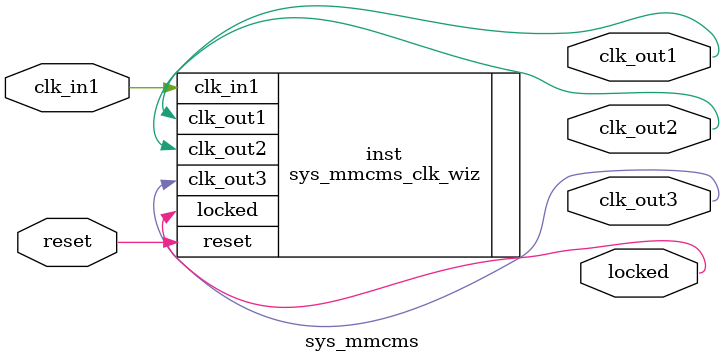
<source format=v>


`timescale 1ps/1ps

(* CORE_GENERATION_INFO = "sys_mmcms,clk_wiz_v6_0_6_0_0,{component_name=sys_mmcms,use_phase_alignment=false,use_min_o_jitter=false,use_max_i_jitter=false,use_dyn_phase_shift=false,use_inclk_switchover=false,use_dyn_reconfig=false,enable_axi=0,feedback_source=FDBK_ONCHIP,PRIMITIVE=MMCM,num_out_clk=3,clkin1_period=20.000,clkin2_period=10.0,use_power_down=false,use_reset=true,use_locked=true,use_inclk_stopped=false,feedback_type=SINGLE,CLOCK_MGR_TYPE=NA,manual_override=false}" *)

module sys_mmcms 
 (
  // Clock out ports
  output        clk_out1,
  output        clk_out2,
  output        clk_out3,
  // Status and control signals
  input         reset,
  output        locked,
 // Clock in ports
  input         clk_in1
 );

  sys_mmcms_clk_wiz inst
  (
  // Clock out ports  
  .clk_out1(clk_out1),
  .clk_out2(clk_out2),
  .clk_out3(clk_out3),
  // Status and control signals               
  .reset(reset), 
  .locked(locked),
 // Clock in ports
  .clk_in1(clk_in1)
  );

endmodule

</source>
